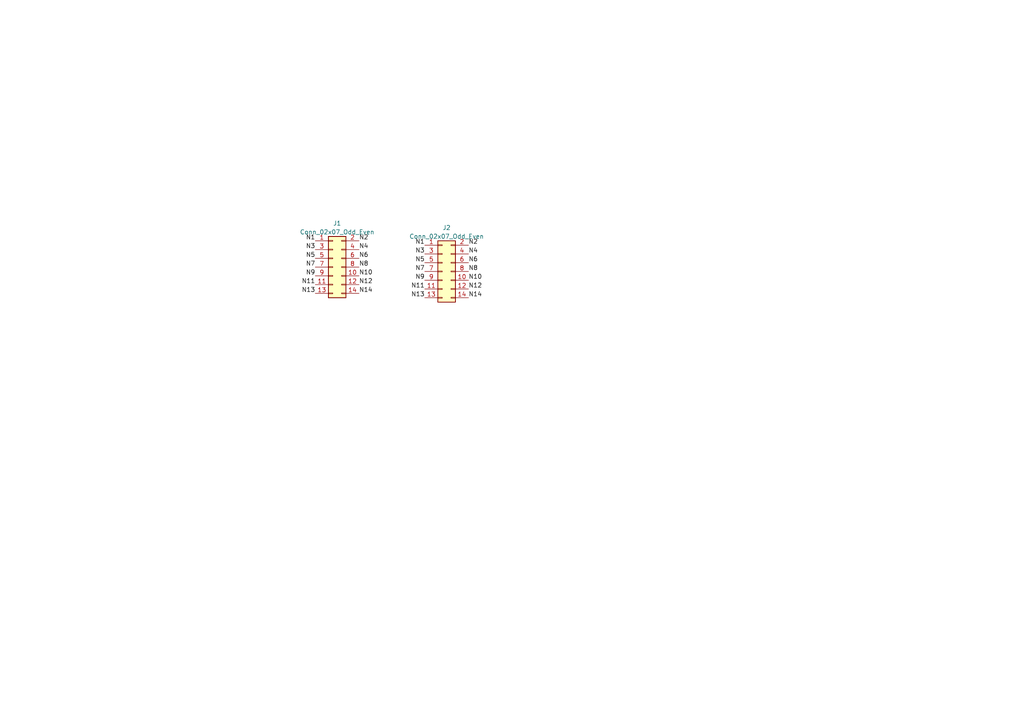
<source format=kicad_sch>
(kicad_sch (version 20230121) (generator eeschema)
  (paper "A4")
  (lib_symbols
    (symbol "Connector_Generic:Conn_02x07_Odd_Even" (pin_names (offset 1.016) hide)
      (property "Reference" "J" (at 1.27 10.16 0))
      (property "Value" "Conn_02x07_Odd_Even" (at 1.27 -10.16 0))
      (symbol "Conn_02x07_Odd_Even_1_1"
        (rectangle (start -1.27 -7.493) (end 0 -7.747) (stroke (width 0.1524)))
        (rectangle (start -1.27 -4.953) (end 0 -5.207) (stroke (width 0.1524)))
        (rectangle (start -1.27 -2.413) (end 0 -2.667) (stroke (width 0.1524)))
        (rectangle (start -1.27 0.127) (end 0 -0.127) (stroke (width 0.1524)))
        (rectangle (start -1.27 2.667) (end 0 2.413) (stroke (width 0.1524)))
        (rectangle (start -1.27 5.207) (end 0 4.953) (stroke (width 0.1524)))
        (rectangle (start -1.27 7.747) (end 0 7.493) (stroke (width 0.1524)))
        (rectangle (start -1.27 8.89) (end 3.81 -8.89) (stroke (width 0.254)) (fill (type background)))
        (rectangle (start 3.81 -7.493) (end 2.54 -7.747) (stroke (width 0.1524)))
        (rectangle (start 3.81 -4.953) (end 2.54 -5.207) (stroke (width 0.1524)))
        (rectangle (start 3.81 -2.413) (end 2.54 -2.667) (stroke (width 0.1524)))
        (rectangle (start 3.81 0.127) (end 2.54 -0.127) (stroke (width 0.1524)))
        (rectangle (start 3.81 2.667) (end 2.54 2.413) (stroke (width 0.1524)))
        (rectangle (start 3.81 5.207) (end 2.54 4.953) (stroke (width 0.1524)))
        (rectangle (start 3.81 7.747) (end 2.54 7.493) (stroke (width 0.1524)))
        (pin passive line (at -5.08 7.62 0) (length 3.81) (name "Pin_1") (number "1"))
        (pin passive line (at 7.62 -2.54 180) (length 3.81) (name "Pin_10") (number "10"))
        (pin passive line (at -5.08 -5.08 0) (length 3.81) (name "Pin_11") (number "11"))
        (pin passive line (at 7.62 -5.08 180) (length 3.81) (name "Pin_12") (number "12"))
        (pin passive line (at -5.08 -7.62 0) (length 3.81) (name "Pin_13") (number "13"))
        (pin passive line (at 7.62 -7.62 180) (length 3.81) (name "Pin_14") (number "14"))
        (pin passive line (at 7.62 7.62 180) (length 3.81) (name "Pin_2") (number "2"))
        (pin passive line (at -5.08 5.08 0) (length 3.81) (name "Pin_3") (number "3"))
        (pin passive line (at 7.62 5.08 180) (length 3.81) (name "Pin_4") (number "4"))
        (pin passive line (at -5.08 2.54 0) (length 3.81) (name "Pin_5") (number "5"))
        (pin passive line (at 7.62 2.54 180) (length 3.81) (name "Pin_6") (number "6"))
        (pin passive line (at -5.08 0 0) (length 3.81) (name "Pin_7") (number "7"))
        (pin passive line (at 7.62 0 180) (length 3.81) (name "Pin_8") (number "8"))
        (pin passive line (at -5.08 -2.54 0) (length 3.81) (name "Pin_9") (number "9"))
      )
    )
  )
  (label "N13" (at 91.44 85.09 180))
  (label "N7" (at 123.19 78.74 180))
  (label "N8" (at 135.89 78.74 0))
  (label "N12" (at 135.89 83.82 0))
  (label "N6" (at 104.14 74.93 0))
  (label "N7" (at 91.44 77.47 180))
  (label "N2" (at 135.89 71.12 0))
  (label "N3" (at 123.19 73.66 180))
  (label "N11" (at 91.44 82.55 180))
  (label "N14" (at 104.14 85.09 0))
  (label "N9" (at 91.44 80.01 180))
  (label "N13" (at 123.19 86.36 180))
  (label "N11" (at 123.19 83.82 180))
  (label "N9" (at 123.19 81.28 180))
  (label "N3" (at 91.44 72.39 180))
  (label "N5" (at 91.44 74.93 180))
  (label "N8" (at 104.14 77.47 0))
  (label "N4" (at 104.14 72.39 0))
  (label "N5" (at 123.19 76.2 180))
  (label "N12" (at 104.14 82.55 0))
  (label "N1" (at 123.19 71.12 180))
  (label "N10" (at 135.89 81.28 0))
  (label "N14" (at 135.89 86.36 0))
  (label "N2" (at 104.14 69.85 0))
  (label "N4" (at 135.89 73.66 0))
  (label "N1" (at 91.44 69.85 180))
  (label "N10" (at 104.14 80.01 0))
  (label "N6" (at 135.89 76.2 0))
  (symbol (lib_id "Connector_Generic:Conn_02x07_Odd_Even") (at 128.27 78.74 0) (unit 1)
    (property "Reference" "J2" (at 129.54 66.04 0))
    (property "Value" "Conn_02x07_Odd_Even" (at 129.54 68.58 0))
    (property "Footprint" "Connector_PinHeader_2.54mm:PinHeader_2x07_P2.54mm_Vertical" (effects hide))
  )
  (symbol (lib_id "Connector_Generic:Conn_02x07_Odd_Even") (at 96.52 77.47 0) (unit 1)
    (property "Reference" "J1" (at 97.79 64.77 0))
    (property "Value" "Conn_02x07_Odd_Even" (at 97.79 67.31 0))
    (property "Footprint" "Connector_PinHeader_2.54mm:PinHeader_2x07_P2.54mm_Vertical" (effects hide))
  )
)
</source>
